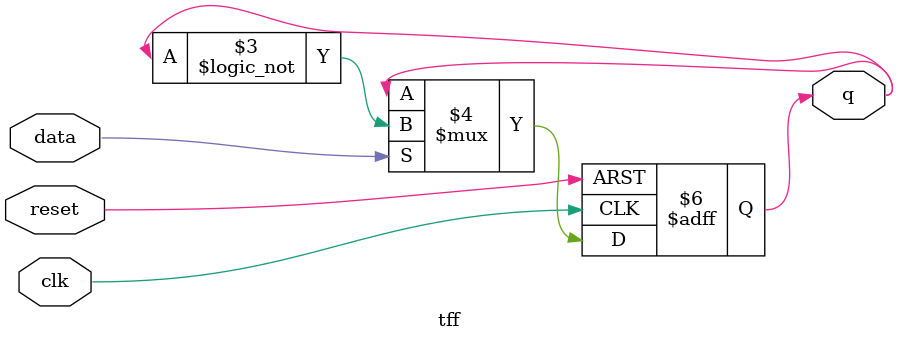
<source format=v>
module tff (
    data  , // Data Input
    clk   , // Clock Input
    reset , // Reset input
    q       // Q output
    );
    //-----------Input Ports---------------
    input data, clk, reset ; 
    //-----------Output Ports---------------
    output q;
    //------------Internal Variables--------
    reg q;
    //-------------Code Starts Here---------
    always @ ( posedge clk or negedge reset)
    if (~reset) begin
    q <= 1'b0;
    end else if (data) begin
    q <= !q;
    end

endmodule //End Of Module tff_async_reset
</source>
